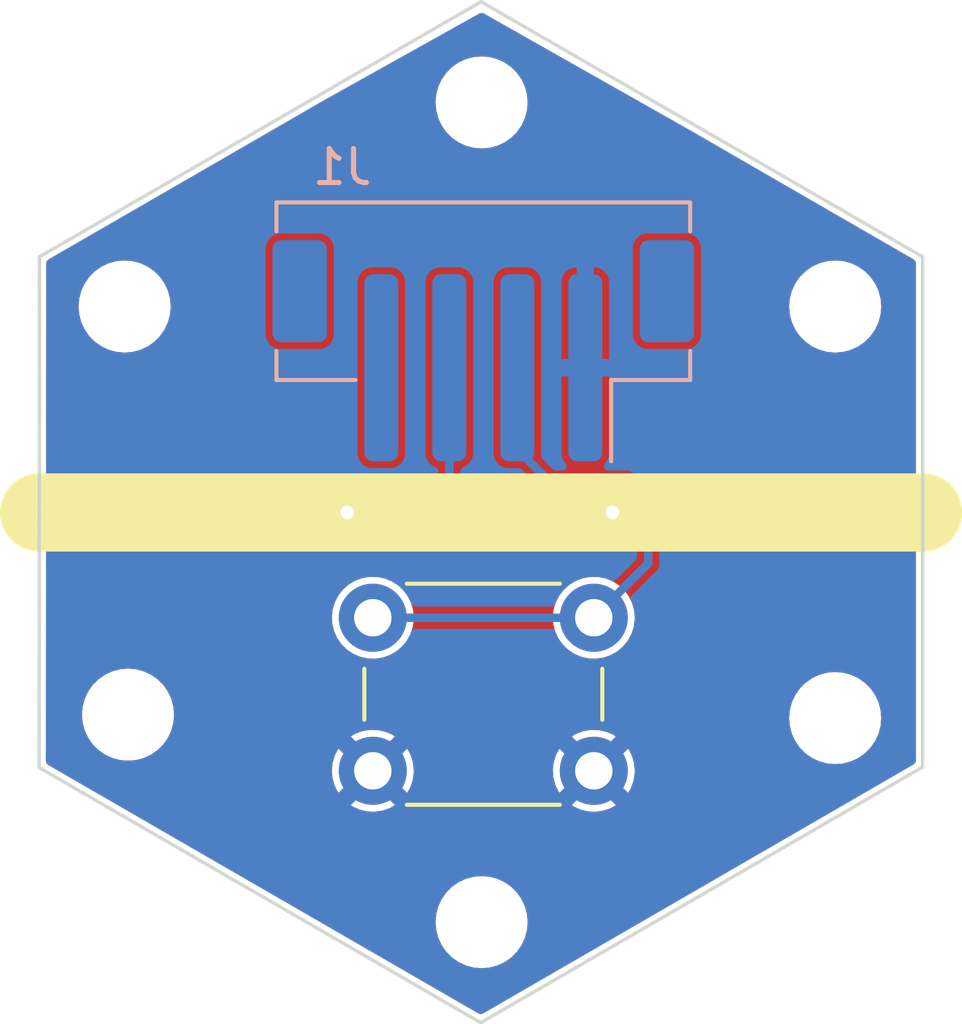
<source format=kicad_pcb>
(kicad_pcb (version 20211014) (generator pcbnew)
  (layers (0 "F.Cu" signal) (31 "B.Cu" signal) (34 "B.Paste" user) (35 "F.Paste" user) (36 "B.SilkS" user "B.Silkscreen") (37 "F.SilkS" user "F.Silkscreen") (38 "B.Mask" user) (39 "F.Mask" user) (44 "Edge.Cuts" user))
  (net 0 "")
  (net 1 "GND")
  (net 2 "Net-(D1-Pad2)")
  (net 3 "Net-(D2-Pad2)")
  (net 4 "IO2")
  (net 5 "IO1")
  (net 6 "+5V")
  (footprint "Resistor_SMD:R_0603_1608Metric_Pad0.98x0.95mm_HandSolder" (layer "F.Cu") (at 145.3 88.95)
    (fp_text reference "R1" hide)
    (fp_text value "6k2" hide)
    (fp_line (start -0.254724 -0.5225) (end 0.254724 -0.5225) (layer "F.SilkS") (width 0.12))
    (fp_line (start -0.254724 0.5225) (end 0.254724 0.5225) (layer "F.SilkS") (width 0.12))
    (pad "1" smd roundrect (at -0.9125 0) (size 0.975 0.95) (layers "F.Cu" "F.Paste" "F.Mask") (net 5 "IO1"))
    (pad "2" smd roundrect (at 0.9125 0) (size 0.975 0.95) (layers "F.Cu" "F.Paste" "F.Mask") (net 2 "Net-(D1-Pad2)"))
  )
  (footprint "MountingHole:MountingHole_2.2mm_M2" (layer "F.Cu") (at 128.8 94.85)
    (fp_text reference "REF**" hide)
    (fp_text value "MountingHole_2.2mm_M2" hide)
    (pad "" np_thru_hole circle (at 0 0) (size 2.2 2.2) (drill 2.2) (layers *.Cu *.Mask))
  )
  (footprint "MountingHole:MountingHole_2.2mm_M2" (layer "F.Cu") (at 149.6 94.95)
    (fp_text reference "REF**" hide)
    (fp_text value "MountingHole_2.2mm_M2" hide)
    (pad "" np_thru_hole circle (at 0 0) (size 2.2 2.2) (drill 2.2) (layers *.Cu *.Mask))
  )
  (footprint "MountingHole:MountingHole_2.2mm_M2" (layer "F.Cu") (at 139.2 76.85)
    (fp_text reference "REF**" hide)
    (fp_text value "MountingHole_2.2mm_M2" hide)
    (pad "" np_thru_hole circle (at 0 0) (size 2.2 2.2) (drill 2.2) (layers *.Cu *.Mask))
  )
  (footprint "LED_SMD:LED_0805_2012Metric_Pad1.15x1.40mm_HandSolder" (layer "F.Cu") (at 129.25 88.9)
    (fp_text reference "D2" hide)
    (fp_text value "LED" hide)
    (fp_line (start -1.86 -0.96) (end -1.86 0.96) (layer "F.SilkS") (width 0.12))
    (fp_line (start 1 -0.96) (end -1.86 -0.96) (layer "F.SilkS") (width 0.12))
    (fp_line (start -1.86 0.96) (end 1 0.96) (layer "F.SilkS") (width 0.12))
    (pad "1" smd roundrect (at -1.025 0) (size 1.15 1.4) (layers "F.Cu" "F.Paste" "F.Mask") (roundrect_rratio 0.217391) (net 1 "GND"))
    (pad "2" smd roundrect (at 1.025 0) (size 1.15 1.4) (layers "F.Cu" "F.Paste" "F.Mask") (roundrect_rratio 0.217391) (net 3 "Net-(D2-Pad2)"))
  )
  (footprint "MountingHole:MountingHole_2.2mm_M2" (layer "F.Cu") (at 149.6 82.85)
    (fp_text reference "REF**" hide)
    (fp_text value "MountingHole_2.2mm_M2" hide)
    (pad "" np_thru_hole circle (at 0 0) (size 2.2 2.2) (drill 2.2) (layers *.Cu *.Mask))
  )
  (footprint "LED_SMD:LED_0805_2012Metric_Pad1.15x1.40mm_HandSolder" (layer "F.Cu") (at 149.1 88.9 180)
    (fp_text reference "D1" hide)
    (fp_text value "LED" hide)
    (fp_line (start -1.86 -0.96) (end -1.86 0.96) (layer "F.SilkS") (width 0.12))
    (fp_line (start 1 -0.96) (end -1.86 -0.96) (layer "F.SilkS") (width 0.12))
    (fp_line (start -1.86 0.96) (end 1 0.96) (layer "F.SilkS") (width 0.12))
    (pad "1" smd roundrect (at -1.025 0 180) (size 1.15 1.4) (layers "F.Cu" "F.Paste" "F.Mask") (roundrect_rratio 0.217391) (net 1 "GND"))
    (pad "2" smd roundrect (at 1.025 0 180) (size 1.15 1.4) (layers "F.Cu" "F.Paste" "F.Mask") (roundrect_rratio 0.217391) (net 2 "Net-(D1-Pad2)"))
  )
  (footprint "Button_Switch_THT:SW_PUSH_6mm_H7.3mm" (layer "F.Cu") (at 142.5 96.5 180)
    (fp_text reference "SW1" hide)
    (fp_text value "SW_SPST" hide)
    (fp_line (start 6.75 3) (end 6.75 1.5) (layer "F.SilkS") (width 0.12))
    (fp_line (start 1 5.5) (end 5.5 5.5) (layer "F.SilkS") (width 0.12))
    (fp_line (start -0.25 1.5) (end -0.25 3) (layer "F.SilkS") (width 0.12))
    (fp_line (start 5.5 -1) (end 1 -1) (layer "F.SilkS") (width 0.12))
    (pad "1" thru_hole circle (at 6.5 0 270) (size 2 2) (drill 1.1) (layers *.Cu *.Mask) (net 1 "GND"))
    (pad "1" thru_hole circle (at 0 0 270) (size 2 2) (drill 1.1) (layers *.Cu *.Mask) (net 1 "GND"))
    (pad "2" thru_hole circle (at 6.5 4.5 270) (size 2 2) (drill 1.1) (layers *.Cu *.Mask) (net 4 "IO2"))
    (pad "2" thru_hole circle (at 0 4.5 270) (size 2 2) (drill 1.1) (layers *.Cu *.Mask) (net 4 "IO2"))
  )
  (footprint "MountingHole:MountingHole_2.2mm_M2" (layer "F.Cu") (at 128.7 82.85)
    (fp_text reference "REF**" hide)
    (fp_text value "MountingHole_2.2mm_M2" hide)
    (pad "" np_thru_hole circle (at 0 0) (size 2.2 2.2) (drill 2.2) (layers *.Cu *.Mask))
  )
  (footprint "MountingHole:MountingHole_2.2mm_M2" (layer "F.Cu") (at 139.2 100.95)
    (fp_text reference "REF**" hide)
    (fp_text value "MountingHole_2.2mm_M2" hide)
    (pad "" np_thru_hole circle (at 0 0) (size 2.2 2.2) (drill 2.2) (layers *.Cu *.Mask))
  )
  (footprint "Resistor_SMD:R_0603_1608Metric_Pad0.98x0.95mm_HandSolder" (layer "F.Cu") (at 133.05 88.9 180)
    (fp_text reference "R2" hide)
    (fp_text value "6k2" hide)
    (fp_line (start -0.254724 -0.5225) (end 0.254724 -0.5225) (layer "F.SilkS") (width 0.12))
    (fp_line (start -0.254724 0.5225) (end 0.254724 0.5225) (layer "F.SilkS") (width 0.12))
    (pad "1" smd roundrect (at -0.9125 0 180) (size 0.975 0.95) (layers "F.Cu" "F.Paste" "F.Mask") (net 5 "IO1"))
    (pad "2" smd roundrect (at 0.9125 0 180) (size 0.975 0.95) (layers "F.Cu" "F.Paste" "F.Mask") (net 3 "Net-(D2-Pad2)"))
  )
  (footprint "Connector_JST:JST_PH_B4B-PH-SM4-TB_1x04-1MP_P2.00mm_Vertical" (layer "B.Cu") (at 139.25 84.15 180)
    (fp_text reference "J1" (at 4.15 5.4) (layer "B.SilkS") (effects (justify mirror)))
    (fp_text value "Conn_01x04_Male")
    (fp_line (start 6.085 -0.86) (end 3.76 -0.86) (layer "B.SilkS") (width 0.12))
    (fp_line (start -3.76 -0.86) (end -3.76 -3.25) (layer "B.SilkS") (width 0.12))
    (fp_line (start 6.085 -0.01) (end 6.085 -0.86) (layer "B.SilkS") (width 0.12))
    (fp_line (start -6.085 -0.01) (end -6.085 -0.86) (layer "B.SilkS") (width 0.12))
    (fp_line (start 6.085 4.36) (end 6.085 3.51) (layer "B.SilkS") (width 0.12))
    (fp_line (start -6.085 -0.86) (end -3.76 -0.86) (layer "B.SilkS") (width 0.12))
    (fp_line (start -6.085 4.36) (end 6.085 4.36) (layer "B.SilkS") (width 0.12))
    (fp_line (start -6.085 3.51) (end -6.085 4.36) (layer "B.SilkS") (width 0.12))
    (pad "1" smd roundrect (at -3 -0.5 180) (size 1 5.5) (layers "B.Cu" "B.Paste" "B.Mask") (net 1 "GND"))
    (pad "2" smd roundrect (at -1 -0.5 180) (size 1 5.5) (layers "B.Cu" "B.Paste" "B.Mask") (net 4 "IO2"))
    (pad "3" smd roundrect (at 1 -0.5 180) (size 1 5.5) (layers "B.Cu" "B.Paste" "B.Mask") (net 5 "IO1"))
    (pad "4" smd roundrect (at 3 -0.5 180) (size 1 5.5) (layers "B.Cu" "B.Paste" "B.Mask") (net 6 "+5V"))
    (pad "MP" smd roundrect (at 5.4 1.75 180) (size 1.6 3) (layers "B.Cu" "B.Paste" "B.Mask") (roundrect_rratio 0.15625))
    (pad "MP" smd roundrect (at -5.4 1.75 180) (size 1.6 3) (layers "B.Cu" "B.Paste" "B.Mask") (roundrect_rratio 0.15625))
  )
  (gr_line (start 126.184306 88.905332) (end 152.184306 88.905332) (layer "F.SilkS") (width 2.3))
  (gr_line (start 152.174688 96.388672) (end 152.174688 81.388672) (layer "Edge.Cuts") (width 0.1))
  (gr_line (start 152.174688 81.388672) (end 139.184306 73.888672) (layer "Edge.Cuts") (width 0.1))
  (gr_line (start 126.193925 81.388672) (end 126.184306 96.405332) (layer "Edge.Cuts") (width 0.1))
  (gr_line (start 139.174688 103.905332) (end 152.174688 96.388672) (layer "Edge.Cuts") (width 0.1))
  (gr_line (start 126.184306 96.405332) (end 139.174688 103.905332) (layer "Edge.Cuts") (width 0.1))
  (gr_line (start 139.184306 73.888672) (end 126.193925 81.388672) (layer "Edge.Cuts") (width 0.1))
  (segment (start 148.025 88.95) (end 148.075 88.9) (width 0.25) (layer "F.Cu") (net 2))
  (segment (start 146.2125 88.95) (end 148.025 88.95) (width 0.25) (layer "F.Cu") (net 2))
  (segment (start 132.1375 88.9) (end 130.275 88.9) (width 0.25) (layer "F.Cu") (net 3))
  (segment (start 144.1 90.4) (end 144.1 88.65) (width 0.25) (layer "B.Cu") (net 4))
  (segment (start 142.5 92) (end 144.1 90.4) (width 0.25) (layer "B.Cu") (net 4))
  (segment (start 140.25 87.05) (end 141.2 88) (width 0.25) (layer "B.Cu") (net 4))
  (segment (start 143.45 88) (end 144.1 88.65) (width 0.25) (layer "B.Cu") (net 4))
  (segment (start 136 92) (end 142.5 92) (width 0.25) (layer "B.Cu") (net 4))
  (segment (start 141.2 88) (end 143.45 88) (width 0.25) (layer "B.Cu") (net 4))
  (segment (start 140.25 84.2) (end 140.25 87.05) (width 0.25) (layer "B.Cu") (net 4))
  (segment (start 144.3375 88.9) (end 144.3875 88.95) (width 0.25) (layer "F.Cu") (net 5))
  (segment (start 143.05 88.9) (end 144.3375 88.9) (width 0.25) (layer "F.Cu") (net 5))
  (segment (start 135.25 88.9) (end 133.9625 88.9) (width 0.25) (layer "F.Cu") (net 5))
  (via (at 143.05 88.9) (size 0.8) (drill 0.4) (layers "F.Cu" "B.Cu") (net 5))
  (via (at 135.25 88.9) (size 0.8) (drill 0.4) (layers "F.Cu" "B.Cu") (net 5))
  (segment (start 138.45 88.9) (end 138.5 88.9) (width 0.25) (layer "B.Cu") (net 5))
  (segment (start 138.25 88.7) (end 138.45 88.9) (width 0.25) (layer "B.Cu") (net 5))
  (segment (start 135.25 88.9) (end 138.05 88.9) (width 0.25) (layer "B.Cu") (net 5))
  (segment (start 138.05 88.9) (end 138.5 88.9) (width 0.25) (layer "B.Cu") (net 5))
  (segment (start 138.5 88.9) (end 143.05 88.9) (width 0.25) (layer "B.Cu") (net 5))
  (segment (start 138.25 88.7) (end 138.05 88.9) (width 0.25) (layer "B.Cu") (net 5))
  (segment (start 138.25 84.2) (end 138.25 88.7) (width 0.25) (layer "B.Cu") (net 5))
  (zone (net 1) (net_name "GND") (layers F&B.Cu) (connect_pads (clearance 0.2)) (min_thickness 0.254) (fill yes (thermal_gap 0.2) (thermal_bridge_width 0.508))
    (polygon (pts (xy 152.1 81.5) (xy 152 96.3) (xy 139.2 103.7) (xy 126.3 96.3) (xy 126.3 81.4) (xy 139.2 74.2)))
  )
)
</source>
